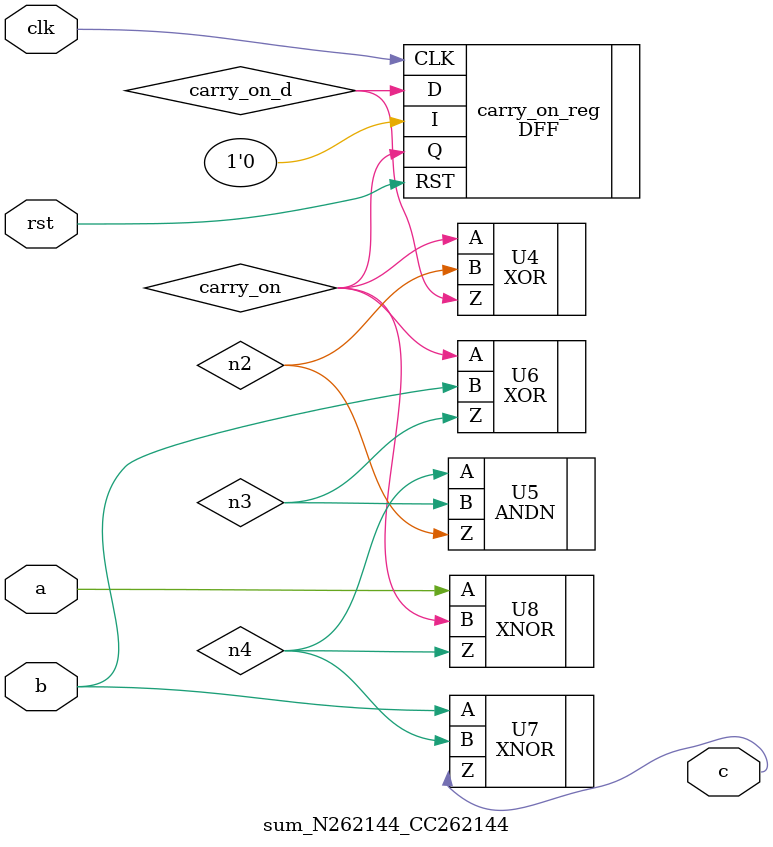
<source format=v>

module sum_N262144_CC262144 ( clk, rst, a, b, c );
  input [0:0] a;
  input [0:0] b;
  output [0:0] c;
  input clk, rst;
  wire   carry_on, carry_on_d, n2, n3, n4;

  DFF carry_on_reg ( .D(carry_on_d), .CLK(clk), .RST(rst), .I(1'b0), .Q(
        carry_on) );
  XOR U4 ( .A(carry_on), .B(n2), .Z(carry_on_d) );
  ANDN U5 ( .B(n3), .A(n4), .Z(n2) );
  XOR U6 ( .A(carry_on), .B(b[0]), .Z(n3) );
  XNOR U7 ( .A(b[0]), .B(n4), .Z(c[0]) );
  XNOR U8 ( .A(a[0]), .B(carry_on), .Z(n4) );
endmodule


</source>
